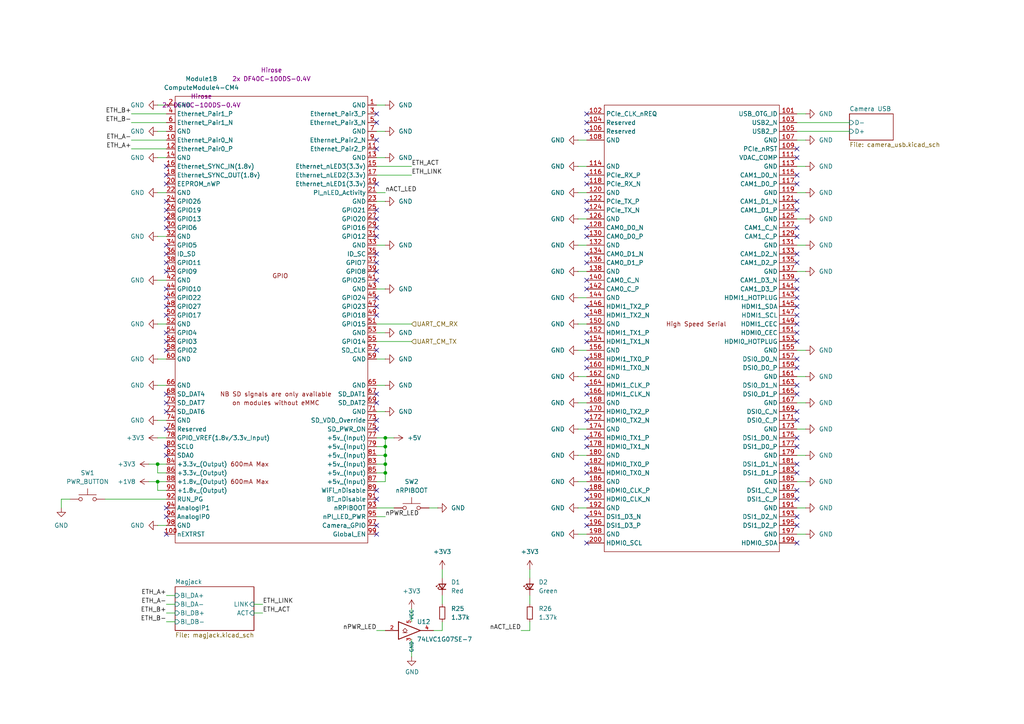
<source format=kicad_sch>
(kicad_sch (version 20250114) (generator "eeschema") (generator_version "9.0")
  (paper "A4")
  (bus_alias "ETH" (members "BI_DA+" "BI_DA-" "BI_DB+" "BI_DB-" "BI_DC+" "BI_DC-" "BI_DD+" "BI_DD-"))
  (junction (at 111.76 137.16))
  (junction (at 111.76 132.08))
  (junction (at 45.72 139.7))
  (junction (at 111.76 134.62))
  (junction (at 111.76 127))
  (junction (at 111.76 129.54))
  (junction (at 45.72 134.62))
  (no_connect (at 48.26 114.3))
  (no_connect (at 109.22 91.44))
  (no_connect (at 231.14 152.4))
  (no_connect (at 109.22 116.84))
  (no_connect (at 48.26 48.26))
  (no_connect (at 48.26 78.74))
  (no_connect (at 109.22 35.56))
  (no_connect (at 170.18 81.28))
  (no_connect (at 170.18 127))
  (no_connect (at 231.14 134.62))
  (no_connect (at 170.18 91.44))
  (no_connect (at 170.18 121.92))
  (no_connect (at 109.22 53.34))
  (no_connect (at 48.26 88.9))
  (no_connect (at 231.14 149.86))
  (no_connect (at 231.14 50.8))
  (no_connect (at 231.14 58.42))
  (no_connect (at 170.18 129.54))
  (no_connect (at 109.22 40.64))
  (no_connect (at 48.26 129.54))
  (no_connect (at 109.22 43.18))
  (no_connect (at 231.14 104.14))
  (no_connect (at 109.22 124.46))
  (no_connect (at 170.18 157.48))
  (no_connect (at 231.14 144.78))
  (no_connect (at 231.14 68.58))
  (no_connect (at 231.14 137.16))
  (no_connect (at 48.26 154.94))
  (no_connect (at 231.14 111.76))
  (no_connect (at 170.18 73.66))
  (no_connect (at 109.22 101.6))
  (no_connect (at 170.18 53.34))
  (no_connect (at 170.18 99.06))
  (no_connect (at 48.26 60.96))
  (no_connect (at 48.26 86.36))
  (no_connect (at 170.18 50.8))
  (no_connect (at 231.14 43.18))
  (no_connect (at 109.22 60.96))
  (no_connect (at 48.26 50.8))
  (no_connect (at 48.26 63.5))
  (no_connect (at 170.18 83.82))
  (no_connect (at 170.18 137.16))
  (no_connect (at 109.22 152.4))
  (no_connect (at 48.26 101.6))
  (no_connect (at 109.22 121.92))
  (no_connect (at 48.26 76.2))
  (no_connect (at 170.18 106.68))
  (no_connect (at 109.22 78.74))
  (no_connect (at 231.14 106.68))
  (no_connect (at 109.22 86.36))
  (no_connect (at 170.18 33.02))
  (no_connect (at 48.26 58.42))
  (no_connect (at 170.18 119.38))
  (no_connect (at 231.14 127))
  (no_connect (at 170.18 38.1))
  (no_connect (at 170.18 114.3))
  (no_connect (at 48.26 132.08))
  (no_connect (at 170.18 68.58))
  (no_connect (at 48.26 96.52))
  (no_connect (at 231.14 96.52))
  (no_connect (at 231.14 121.92))
  (no_connect (at 231.14 60.96))
  (no_connect (at 231.14 83.82))
  (no_connect (at 231.14 45.72))
  (no_connect (at 48.26 149.86))
  (no_connect (at 231.14 91.44))
  (no_connect (at 231.14 66.04))
  (no_connect (at 109.22 66.04))
  (no_connect (at 109.22 142.24))
  (no_connect (at 48.26 73.66))
  (no_connect (at 48.26 66.04))
  (no_connect (at 170.18 111.76))
  (no_connect (at 48.26 99.06))
  (no_connect (at 48.26 53.34))
  (no_connect (at 170.18 96.52))
  (no_connect (at 170.18 35.56))
  (no_connect (at 109.22 81.28))
  (no_connect (at 170.18 104.14))
  (no_connect (at 231.14 99.06))
  (no_connect (at 170.18 76.2))
  (no_connect (at 48.26 91.44))
  (no_connect (at 231.14 73.66))
  (no_connect (at 231.14 157.48))
  (no_connect (at 109.22 73.66))
  (no_connect (at 231.14 142.24))
  (no_connect (at 231.14 88.9))
  (no_connect (at 170.18 88.9))
  (no_connect (at 231.14 53.34))
  (no_connect (at 170.18 60.96))
  (no_connect (at 48.26 147.32))
  (no_connect (at 109.22 114.3))
  (no_connect (at 109.22 76.2))
  (no_connect (at 109.22 33.02))
  (no_connect (at 109.22 144.78))
  (no_connect (at 170.18 142.24))
  (no_connect (at 48.26 124.46))
  (no_connect (at 48.26 119.38))
  (no_connect (at 48.26 83.82))
  (no_connect (at 231.14 86.36))
  (no_connect (at 231.14 129.54))
  (no_connect (at 231.14 81.28))
  (no_connect (at 170.18 58.42))
  (no_connect (at 48.26 116.84))
  (no_connect (at 231.14 119.38))
  (no_connect (at 109.22 68.58))
  (no_connect (at 231.14 76.2))
  (no_connect (at 231.14 114.3))
  (no_connect (at 48.26 71.12))
  (no_connect (at 170.18 134.62))
  (no_connect (at 109.22 154.94))
  (no_connect (at 170.18 66.04))
  (no_connect (at 170.18 149.86))
  (no_connect (at 170.18 152.4))
  (no_connect (at 231.14 93.98))
  (no_connect (at 170.18 144.78))
  (no_connect (at 109.22 88.9))
  (no_connect (at 109.22 63.5))
  (wire (pts (xy 167.64 124.46) (xy 170.18 124.46)))
  (wire (pts (xy 48.26 175.26) (xy 50.8 175.26)))
  (wire (pts (xy 111.76 104.14) (xy 109.22 104.14)))
  (wire (pts (xy 167.64 116.84) (xy 170.18 116.84)))
  (wire (pts (xy 111.76 127) (xy 114.3 127)))
  (wire (pts (xy 109.22 93.98) (xy 119.38 93.98)))
  (wire (pts (xy 119.38 185.42) (xy 119.38 190.5)))
  (wire (pts (xy 48.26 172.72) (xy 50.8 172.72)))
  (wire (pts (xy 233.68 154.94) (xy 231.14 154.94)))
  (wire (pts (xy 233.68 55.88) (xy 231.14 55.88)))
  (wire (pts (xy 111.76 139.7) (xy 109.22 139.7)))
  (wire (pts (xy 45.72 134.62) (xy 45.72 137.16)))
  (wire (pts (xy 167.64 93.98) (xy 170.18 93.98)))
  (wire (pts (xy 109.22 99.06) (xy 119.38 99.06)))
  (wire (pts (xy 153.67 182.88) (xy 153.67 180.34)))
  (wire (pts (xy 167.64 71.12) (xy 170.18 71.12)))
  (wire (pts (xy 30.48 144.78) (xy 48.26 144.78)))
  (wire (pts (xy 45.72 104.14) (xy 48.26 104.14)))
  (wire (pts (xy 45.72 93.98) (xy 48.26 93.98)))
  (wire (pts (xy 45.72 139.7) (xy 48.26 139.7)))
  (wire (pts (xy 111.76 129.54) (xy 111.76 132.08)))
  (wire (pts (xy 45.72 111.76) (xy 48.26 111.76)))
  (wire (pts (xy 111.76 71.12) (xy 109.22 71.12)))
  (wire (pts (xy 109.22 132.08) (xy 111.76 132.08)))
  (wire (pts (xy 167.64 154.94) (xy 170.18 154.94)))
  (wire (pts (xy 109.22 127) (xy 111.76 127)))
  (wire (pts (xy 111.76 119.38) (xy 109.22 119.38)))
  (wire (pts (xy 167.64 63.5) (xy 170.18 63.5)))
  (wire (pts (xy 43.18 134.62) (xy 45.72 134.62)))
  (wire (pts (xy 73.66 177.8) (xy 76.2 177.8)))
  (wire (pts (xy 109.22 55.88) (xy 111.76 55.88)))
  (wire (pts (xy 233.68 139.7) (xy 231.14 139.7)))
  (wire (pts (xy 109.22 149.86) (xy 111.76 149.86)))
  (wire (pts (xy 233.68 132.08) (xy 231.14 132.08)))
  (wire (pts (xy 45.72 81.28) (xy 48.26 81.28)))
  (wire (pts (xy 119.38 176.53) (xy 119.38 180.34)))
  (wire (pts (xy 233.68 40.64) (xy 231.14 40.64)))
  (wire (pts (xy 167.64 139.7) (xy 170.18 139.7)))
  (wire (pts (xy 233.68 48.26) (xy 231.14 48.26)))
  (wire (pts (xy 109.22 50.8) (xy 119.38 50.8)))
  (wire (pts (xy 111.76 45.72) (xy 109.22 45.72)))
  (wire (pts (xy 167.64 40.64) (xy 170.18 40.64)))
  (wire (pts (xy 38.1 40.64) (xy 48.26 40.64)))
  (wire (pts (xy 17.78 147.32) (xy 17.78 144.78)))
  (wire (pts (xy 109.22 137.16) (xy 111.76 137.16)))
  (wire (pts (xy 233.68 109.22) (xy 231.14 109.22)))
  (wire (pts (xy 167.64 86.36) (xy 170.18 86.36)))
  (wire (pts (xy 48.26 180.34) (xy 50.8 180.34)))
  (wire (pts (xy 233.68 116.84) (xy 231.14 116.84)))
  (wire (pts (xy 111.76 137.16) (xy 111.76 139.7)))
  (wire (pts (xy 45.72 38.1) (xy 48.26 38.1)))
  (wire (pts (xy 48.26 177.8) (xy 50.8 177.8)))
  (wire (pts (xy 128.27 182.88) (xy 128.27 180.34)))
  (wire (pts (xy 45.72 127) (xy 48.26 127)))
  (wire (pts (xy 153.67 172.72) (xy 153.67 175.26)))
  (wire (pts (xy 233.68 63.5) (xy 231.14 63.5)))
  (wire (pts (xy 45.72 142.24) (xy 45.72 139.7)))
  (wire (pts (xy 38.1 33.02) (xy 48.26 33.02)))
  (wire (pts (xy 38.1 43.18) (xy 48.26 43.18)))
  (wire (pts (xy 231.14 35.56) (xy 246.38 35.56)))
  (wire (pts (xy 45.72 45.72) (xy 48.26 45.72)))
  (wire (pts (xy 233.68 78.74) (xy 231.14 78.74)))
  (wire (pts (xy 45.72 137.16) (xy 48.26 137.16)))
  (wire (pts (xy 73.66 175.26) (xy 76.2 175.26)))
  (wire (pts (xy 151.13 182.88) (xy 153.67 182.88)))
  (wire (pts (xy 233.68 71.12) (xy 231.14 71.12)))
  (wire (pts (xy 167.64 78.74) (xy 170.18 78.74)))
  (wire (pts (xy 128.27 172.72) (xy 128.27 175.26)))
  (wire (pts (xy 125.73 182.88) (xy 128.27 182.88)))
  (wire (pts (xy 153.67 165.1) (xy 153.67 167.64)))
  (wire (pts (xy 111.76 134.62) (xy 111.76 137.16)))
  (wire (pts (xy 43.18 139.7) (xy 45.72 139.7)))
  (wire (pts (xy 167.64 55.88) (xy 170.18 55.88)))
  (wire (pts (xy 111.76 96.52) (xy 109.22 96.52)))
  (wire (pts (xy 48.26 142.24) (xy 45.72 142.24)))
  (wire (pts (xy 111.76 38.1) (xy 109.22 38.1)))
  (wire (pts (xy 167.64 101.6) (xy 170.18 101.6)))
  (wire (pts (xy 233.68 101.6) (xy 231.14 101.6)))
  (wire (pts (xy 233.68 33.02) (xy 231.14 33.02)))
  (wire (pts (xy 45.72 68.58) (xy 48.26 68.58)))
  (wire (pts (xy 109.22 129.54) (xy 111.76 129.54)))
  (wire (pts (xy 167.64 48.26) (xy 170.18 48.26)))
  (wire (pts (xy 109.22 182.88) (xy 111.76 182.88)))
  (wire (pts (xy 111.76 127) (xy 111.76 129.54)))
  (wire (pts (xy 233.68 124.46) (xy 231.14 124.46)))
  (wire (pts (xy 109.22 48.26) (xy 119.38 48.26)))
  (wire (pts (xy 111.76 83.82) (xy 109.22 83.82)))
  (wire (pts (xy 109.22 147.32) (xy 114.3 147.32)))
  (wire (pts (xy 167.64 132.08) (xy 170.18 132.08)))
  (wire (pts (xy 111.76 58.42) (xy 109.22 58.42)))
  (wire (pts (xy 124.46 147.32) (xy 127 147.32)))
  (wire (pts (xy 111.76 132.08) (xy 111.76 134.62)))
  (wire (pts (xy 167.64 147.32) (xy 170.18 147.32)))
  (wire (pts (xy 128.27 165.1) (xy 128.27 167.64)))
  (wire (pts (xy 109.22 134.62) (xy 111.76 134.62)))
  (wire (pts (xy 167.64 109.22) (xy 170.18 109.22)))
  (wire (pts (xy 45.72 30.48) (xy 48.26 30.48)))
  (wire (pts (xy 45.72 55.88) (xy 48.26 55.88)))
  (wire (pts (xy 45.72 121.92) (xy 48.26 121.92)))
  (wire (pts (xy 111.76 30.48) (xy 109.22 30.48)))
  (wire (pts (xy 231.14 38.1) (xy 246.38 38.1)))
  (wire (pts (xy 45.72 134.62) (xy 48.26 134.62)))
  (wire (pts (xy 111.76 111.76) (xy 109.22 111.76)))
  (wire (pts (xy 17.78 144.78) (xy 20.32 144.78)))
  (wire (pts (xy 45.72 152.4) (xy 48.26 152.4)))
  (wire (pts (xy 233.68 147.32) (xy 231.14 147.32)))
  (wire (pts (xy 38.1 35.56) (xy 48.26 35.56)))
  (label "nACT_LED" (at 151.13 182.88 180))
  (label "ETH_A-" (at 38.1 40.64 180))
  (label "ETH_LINK" (at 76.2 175.26 0))
  (label "nACT_LED" (at 111.76 55.88 0))
  (label "ETH_A+" (at 48.26 172.72 180))
  (label "ETH_B+" (at 48.26 177.8 180))
  (label "ETH_B-" (at 48.26 180.34 180))
  (label "ETH_A-" (at 48.26 175.26 180))
  (label "nPWR_LED" (at 109.22 182.88 180))
  (label "ETH_LINK" (at 119.38 50.8 0))
  (label "ETH_ACT" (at 76.2 177.8 0))
  (label "ETH_B-" (at 38.1 35.56 180))
  (label "ETH_A+" (at 38.1 43.18 180))
  (label "ETH_B+" (at 38.1 33.02 180))
  (label "nPWR_LED" (at 111.76 149.86 0))
  (label "ETH_ACT" (at 119.38 48.26 0))
  (hierarchical_label "UART_CM_RX" (shape input) (at 119.38 93.98 0))
  (hierarchical_label "UART_CM_TX" (shape input) (at 119.38 99.06 0))
  (symbol (lib_id "power:+3V3") (at 45.72 127 90) (unit 1)
    (property "Reference" "#PWR0117" (effects (hide yes)))
    (property "Value" "+3V3" (at 41.91 126.9999 90) (effects (justify left)))
    (property "Description" "Power symbol creates a global label with name \"+3V3\"" (effects (hide yes)))
  )
  (symbol (lib_id "power:GND") (at 233.68 48.26 90) (unit 1)
    (property "Reference" "#PWR0153" (effects (hide yes)))
    (property "Value" "GND" (at 237.49 48.2601 90) (effects (justify right)))
    (property "Description" "Power symbol creates a global label with name \"GND\" , ground" (effects (hide yes)))
  )
  (symbol (lib_id "power:GND") (at 111.76 71.12 90) (unit 1)
    (property "Reference" "#PWR0123" (effects (hide yes)))
    (property "Value" "GND" (at 115.57 71.1201 90) (effects (justify right)))
    (property "Description" "Power symbol creates a global label with name \"GND\" , ground" (effects (hide yes)))
  )
  (symbol (lib_id "power:GND") (at 45.72 38.1 270) (unit 1)
    (property "Reference" "#PWR0108" (effects (hide yes)))
    (property "Value" "GND" (at 41.91 38.0999 90) (effects (justify right)))
    (property "Description" "Power symbol creates a global label with name \"GND\" , ground" (effects (hide yes)))
  )
  (symbol (lib_id "power:GND") (at 111.76 45.72 90) (unit 1)
    (property "Reference" "#PWR0121" (effects (hide yes)))
    (property "Value" "GND" (at 115.57 45.7201 90) (effects (justify right)))
    (property "Description" "Power symbol creates a global label with name \"GND\" , ground" (effects (hide yes)))
  )
  (symbol (lib_id "power:+3V3") (at 153.67 165.1 0) (unit 1)
    (property "Reference" "#PWR0134" (effects (hide yes)))
    (property "Value" "+3V3" (at 153.67 160.02 0))
    (property "Description" "Power symbol creates a global label with name \"+3V3\"" (effects (hide yes)))
  )
  (symbol (lib_id "power:GND") (at 233.68 132.08 90) (unit 1)
    (property "Reference" "#PWR0162" (effects (hide yes)))
    (property "Value" "GND" (at 237.49 132.0801 90) (effects (justify right)))
    (property "Description" "Power symbol creates a global label with name \"GND\" , ground" (effects (hide yes)))
  )
  (symbol (lib_id "power:GND") (at 45.72 121.92 270) (unit 1)
    (property "Reference" "#PWR0116" (effects (hide yes)))
    (property "Value" "GND" (at 41.91 121.9199 90) (effects (justify right)))
    (property "Description" "Power symbol creates a global label with name \"GND\" , ground" (effects (hide yes)))
  )
  (symbol (lib_id "power:GND") (at 233.68 55.88 90) (unit 1)
    (property "Reference" "#PWR0154" (effects (hide yes)))
    (property "Value" "GND" (at 237.49 55.8801 90) (effects (justify right)))
    (property "Description" "Power symbol creates a global label with name \"GND\" , ground" (effects (hide yes)))
  )
  (symbol (lib_id "power:GND") (at 167.64 78.74 270) (unit 1)
    (property "Reference" "#PWR0140" (effects (hide yes)))
    (property "Value" "GND" (at 163.83 78.7399 90) (effects (justify right)))
    (property "Description" "Power symbol creates a global label with name \"GND\" , ground" (effects (hide yes)))
  )
  (symbol (lib_id "CM4IO:ComputeModule4-CM4") (at 81.28 86.36 0) (unit 1)
    (property "Reference" "Module1" (effects (hide yes)))
    (property "Value" "ComputeModule4-CM4" (effects (hide yes)))
    (property "Footprint" "footprints:Raspberry-Pi-4-Compute-Module" (effects (hide yes)))
    (property "Field4" "Hirose" (at 78.74 20.32 0))
    (property "Field5" "2x DF40C-100DS-0.4V" (at 78.74 22.86 0))
  )
  (symbol (lib_id "power:GND") (at 233.68 63.5 90) (unit 1)
    (property "Reference" "#PWR0155" (effects (hide yes)))
    (property "Value" "GND" (at 237.49 63.5001 90) (effects (justify right)))
    (property "Description" "Power symbol creates a global label with name \"GND\" , ground" (effects (hide yes)))
  )
  (symbol (lib_id "power:+3V3") (at 128.27 165.1 0) (unit 1)
    (property "Reference" "#PWR0133" (effects (hide yes)))
    (property "Value" "+3V3" (at 128.27 160.02 0))
    (property "Description" "Power symbol creates a global label with name \"+3V3\"" (effects (hide yes)))
  )
  (symbol (lib_id "power:GND") (at 167.64 101.6 270) (unit 1)
    (property "Reference" "#PWR0143" (effects (hide yes)))
    (property "Value" "GND" (at 163.83 101.5999 90) (effects (justify right)))
    (property "Description" "Power symbol creates a global label with name \"GND\" , ground" (effects (hide yes)))
  )
  (symbol (lib_id "power:GND") (at 167.64 139.7 270) (unit 1)
    (property "Reference" "#PWR0148" (effects (hide yes)))
    (property "Value" "GND" (at 163.83 139.6999 90) (effects (justify right)))
    (property "Description" "Power symbol creates a global label with name \"GND\" , ground" (effects (hide yes)))
  )
  (symbol (lib_name "ComputeModule4-CM4_1") (lib_id "CM4IO:ComputeModule4-CM4") (at 60.96 93.98 0) (unit 2)
    (property "Reference" "Module1" (at 58.42 22.86 0))
    (property "Value" "ComputeModule4-CM4" (at 58.42 25.4 0))
    (property "Footprint" "footprints:Raspberry-Pi-4-Compute-Module" (effects (hide yes)))
    (property "Field4" "Hirose" (at 58.42 27.94 0))
    (property "Field5" "2x DF40C-100DS-0.4V" (at 58.42 30.48 0))
  )
  (symbol (lib_id "power:+3V3") (at 43.18 134.62 90) (unit 1)
    (property "Reference" "#PWR0105" (effects (hide yes)))
    (property "Value" "+3V3" (at 39.37 134.6199 90) (effects (justify left)))
    (property "Description" "Power symbol creates a global label with name \"+3V3\"" (effects (hide yes)))
  )
  (symbol (lib_id "power:GND") (at 45.72 104.14 270) (unit 1)
    (property "Reference" "#PWR0114" (effects (hide yes)))
    (property "Value" "GND" (at 41.91 104.1399 90) (effects (justify right)))
    (property "Description" "Power symbol creates a global label with name \"GND\" , ground" (effects (hide yes)))
  )
  (symbol (lib_id "power:GND") (at 167.64 109.22 270) (unit 1)
    (property "Reference" "#PWR0144" (effects (hide yes)))
    (property "Value" "GND" (at 163.83 109.2199 90) (effects (justify right)))
    (property "Description" "Power symbol creates a global label with name \"GND\" , ground" (effects (hide yes)))
  )
  (symbol (lib_id "power:GND") (at 45.72 45.72 270) (unit 1)
    (property "Reference" "#PWR0109" (effects (hide yes)))
    (property "Value" "GND" (at 41.91 45.7199 90) (effects (justify right)))
    (property "Description" "Power symbol creates a global label with name \"GND\" , ground" (effects (hide yes)))
  )
  (symbol (lib_id "power:GND") (at 111.76 38.1 90) (unit 1)
    (property "Reference" "#PWR0120" (effects (hide yes)))
    (property "Value" "GND" (at 115.57 38.1001 90) (effects (justify right)))
    (property "Description" "Power symbol creates a global label with name \"GND\" , ground" (effects (hide yes)))
  )
  (symbol (lib_id "power:GND") (at 167.64 71.12 270) (unit 1)
    (property "Reference" "#PWR0139" (effects (hide yes)))
    (property "Value" "GND" (at 163.83 71.1199 90) (effects (justify right)))
    (property "Description" "Power symbol creates a global label with name \"GND\" , ground" (effects (hide yes)))
  )
  (symbol (lib_id "power:GND") (at 233.68 78.74 90) (unit 1)
    (property "Reference" "#PWR0157" (effects (hide yes)))
    (property "Value" "GND" (at 237.49 78.7401 90) (effects (justify right)))
    (property "Description" "Power symbol creates a global label with name \"GND\" , ground" (effects (hide yes)))
  )
  (symbol (lib_id "power:GND") (at 167.64 93.98 270) (unit 1)
    (property "Reference" "#PWR0142" (effects (hide yes)))
    (property "Value" "GND" (at 163.83 93.9799 90) (effects (justify right)))
    (property "Description" "Power symbol creates a global label with name \"GND\" , ground" (effects (hide yes)))
  )
  (symbol (lib_id "power:GND") (at 167.64 48.26 270) (unit 1)
    (property "Reference" "#PWR0136" (effects (hide yes)))
    (property "Value" "GND" (at 163.83 48.2599 90) (effects (justify right)))
    (property "Description" "Power symbol creates a global label with name \"GND\" , ground" (effects (hide yes)))
  )
  (symbol (lib_id "power:GND") (at 167.64 116.84 270) (unit 1)
    (property "Reference" "#PWR0145" (effects (hide yes)))
    (property "Value" "GND" (at 163.83 116.8399 90) (effects (justify right)))
    (property "Description" "Power symbol creates a global label with name \"GND\" , ground" (effects (hide yes)))
  )
  (symbol (lib_id "Switch:SW_Push") (at 119.38 147.32 0) (unit 1)
    (property "Reference" "SW2" (at 119.38 139.7 0))
    (property "Value" "nRPIBOOT" (at 119.38 142.24 0))
    (property "Footprint" "footprints:TL1017ABAF160QG" (effects (hide yes)))
    (property "Description" "Push button switch, generic, two pins" (effects (hide yes)))
  )
  (symbol (lib_id "power:GND") (at 167.64 132.08 270) (unit 1)
    (property "Reference" "#PWR0147" (effects (hide yes)))
    (property "Value" "GND" (at 163.83 132.0799 90) (effects (justify right)))
    (property "Description" "Power symbol creates a global label with name \"GND\" , ground" (effects (hide yes)))
  )
  (symbol (lib_id "power:GND") (at 111.76 96.52 90) (unit 1)
    (property "Reference" "#PWR0125" (effects (hide yes)))
    (property "Value" "GND" (at 115.57 96.5201 90) (effects (justify right)))
    (property "Description" "Power symbol creates a global label with name \"GND\" , ground" (effects (hide yes)))
  )
  (symbol (lib_id "Device:R_Small") (at 128.27 177.8 0) (unit 1)
    (property "Reference" "R25" (at 130.81 176.5299 0) (effects (justify left)))
    (property "Value" "1.37k" (at 130.81 179.0699 0) (effects (justify left)))
    (property "Footprint" "Resistor_SMD:R_0402_1005Metric" (effects (hide yes)))
    (property "Description" "Resistor, small symbol" (effects (hide yes)))
    (property "LCSC" "C321297" (effects (hide yes)))
  )
  (symbol (lib_id "power:+3V3") (at 119.38 176.53 0) (unit 1)
    (property "Reference" "#PWR0130" (effects (hide yes)))
    (property "Value" "+3V3" (at 119.38 171.45 0))
    (property "Description" "Power symbol creates a global label with name \"+3V3\"" (effects (hide yes)))
  )
  (symbol (lib_id "Device:R_Small") (at 153.67 177.8 0) (unit 1)
    (property "Reference" "R26" (at 156.21 176.5299 0) (effects (justify left)))
    (property "Value" "1.37k" (at 156.21 179.0699 0) (effects (justify left)))
    (property "Footprint" "Resistor_SMD:R_0402_1005Metric" (effects (hide yes)))
    (property "Description" "Resistor, small symbol" (effects (hide yes)))
    (property "LCSC" "C321297" (effects (hide yes)))
  )
  (symbol (lib_id "power:GND") (at 233.68 71.12 90) (unit 1)
    (property "Reference" "#PWR0156" (effects (hide yes)))
    (property "Value" "GND" (at 237.49 71.1201 90) (effects (justify right)))
    (property "Description" "Power symbol creates a global label with name \"GND\" , ground" (effects (hide yes)))
  )
  (symbol (lib_id "power:GND") (at 45.72 152.4 270) (unit 1)
    (property "Reference" "#PWR0118" (effects (hide yes)))
    (property "Value" "GND" (at 41.91 152.3999 90) (effects (justify right)))
    (property "Description" "Power symbol creates a global label with name \"GND\" , ground" (effects (hide yes)))
  )
  (symbol (lib_id "power:GND") (at 111.76 83.82 90) (unit 1)
    (property "Reference" "#PWR0124" (effects (hide yes)))
    (property "Value" "GND" (at 115.57 83.8201 90) (effects (justify right)))
    (property "Description" "Power symbol creates a global label with name \"GND\" , ground" (effects (hide yes)))
  )
  (symbol (lib_id "power:GND") (at 233.68 147.32 90) (unit 1)
    (property "Reference" "#PWR0164" (effects (hide yes)))
    (property "Value" "GND" (at 237.49 147.3201 90) (effects (justify right)))
    (property "Description" "Power symbol creates a global label with name \"GND\" , ground" (effects (hide yes)))
  )
  (symbol (lib_id "power:GND") (at 45.72 111.76 270) (unit 1)
    (property "Reference" "#PWR0115" (effects (hide yes)))
    (property "Value" "GND" (at 41.91 111.7599 90) (effects (justify right)))
    (property "Description" "Power symbol creates a global label with name \"GND\" , ground" (effects (hide yes)))
  )
  (symbol (lib_id "power:GND") (at 17.78 147.32 0) (unit 1)
    (property "Reference" "#PWR0104" (effects (hide yes)))
    (property "Value" "GND" (at 17.78 152.4 0))
    (property "Description" "Power symbol creates a global label with name \"GND\" , ground" (effects (hide yes)))
  )
  (symbol (lib_id "power:GND") (at 111.76 119.38 90) (unit 1)
    (property "Reference" "#PWR0128" (effects (hide yes)))
    (property "Value" "GND" (at 115.57 119.3801 90) (effects (justify right)))
    (property "Description" "Power symbol creates a global label with name \"GND\" , ground" (effects (hide yes)))
  )
  (symbol (lib_id "power:GND") (at 111.76 58.42 90) (unit 1)
    (property "Reference" "#PWR0122" (effects (hide yes)))
    (property "Value" "GND" (at 115.57 58.4201 90) (effects (justify right)))
    (property "Description" "Power symbol creates a global label with name \"GND\" , ground" (effects (hide yes)))
  )
  (symbol (lib_id "power:GND") (at 167.64 86.36 270) (unit 1)
    (property "Reference" "#PWR0141" (effects (hide yes)))
    (property "Value" "GND" (at 163.83 86.3599 90) (effects (justify right)))
    (property "Description" "Power symbol creates a global label with name \"GND\" , ground" (effects (hide yes)))
  )
  (symbol (lib_id "power:GND") (at 167.64 147.32 270) (unit 1)
    (property "Reference" "#PWR0149" (effects (hide yes)))
    (property "Value" "GND" (at 163.83 147.3199 90) (effects (justify right)))
    (property "Description" "Power symbol creates a global label with name \"GND\" , ground" (effects (hide yes)))
  )
  (symbol (lib_id "power:GND") (at 45.72 81.28 270) (unit 1)
    (property "Reference" "#PWR0112" (effects (hide yes)))
    (property "Value" "GND" (at 41.91 81.2799 90) (effects (justify right)))
    (property "Description" "Power symbol creates a global label with name \"GND\" , ground" (effects (hide yes)))
  )
  (symbol (lib_id "CM4IO:74LVC1G07_copy") (at 119.38 182.88 0) (unit 1)
    (property "Reference" "U12" (at 120.904 180.34 0) (effects (justify left)))
    (property "Value" "74LVC1G07SE-7" (at 120.904 185.42 0) (effects (justify left)))
    (property "Footprint" "Package_TO_SOT_SMD:SOT-353_SC-70-5" (effects (hide yes)))
    (property "Datasheet" "http://www.ti.com/lit/sg/scyt129e/scyt129e.pdf" (effects (hide yes)))
    (property "Description" "Single Buffer Gate w/ Open Drain, Low-Voltage CMOS" (effects (hide yes)))
    (property "Field4" "Farnell" (effects (hide yes)))
    (property "Field5" "2425492" (effects (hide yes)))
    (property "Field6" "74LVC1G07SE-7" (effects (hide yes)))
    (property "Field7" "Diodes" (effects (hide yes)))
    (property "Part Description" "Buffer, Non-Inverting 1 Element 1 Bit per Element Open Drain Output SOT-353" (effects (hide yes)))
    (property "LCSC" "C264081" (effects (hide yes)))
  )
  (symbol (lib_id "power:GND") (at 167.64 40.64 270) (unit 1)
    (property "Reference" "#PWR0135" (effects (hide yes)))
    (property "Value" "GND" (at 163.83 40.6399 90) (effects (justify right)))
    (property "Description" "Power symbol creates a global label with name \"GND\" , ground" (effects (hide yes)))
  )
  (symbol (lib_id "power:GND") (at 45.72 55.88 270) (unit 1)
    (property "Reference" "#PWR0110" (effects (hide yes)))
    (property "Value" "GND" (at 41.91 55.8799 90) (effects (justify right)))
    (property "Description" "Power symbol creates a global label with name \"GND\" , ground" (effects (hide yes)))
  )
  (symbol (lib_id "power:GND") (at 167.64 55.88 270) (unit 1)
    (property "Reference" "#PWR0137" (effects (hide yes)))
    (property "Value" "GND" (at 163.83 55.8799 90) (effects (justify right)))
    (property "Description" "Power symbol creates a global label with name \"GND\" , ground" (effects (hide yes)))
  )
  (symbol (lib_id "power:+5V") (at 114.3 127 270) (unit 1)
    (property "Reference" "#PWR0129" (effects (hide yes)))
    (property "Value" "+5V" (at 118.11 126.9999 90) (effects (justify left)))
    (property "Description" "Power symbol creates a global label with name \"+5V\"" (effects (hide yes)))
  )
  (symbol (lib_id "power:GND") (at 45.72 68.58 270) (unit 1)
    (property "Reference" "#PWR0111" (effects (hide yes)))
    (property "Value" "GND" (at 41.91 68.5799 90) (effects (justify right)))
    (property "Description" "Power symbol creates a global label with name \"GND\" , ground" (effects (hide yes)))
  )
  (symbol (lib_id "power:GND") (at 45.72 93.98 270) (unit 1)
    (property "Reference" "#PWR0113" (effects (hide yes)))
    (property "Value" "GND" (at 41.91 93.9799 90) (effects (justify right)))
    (property "Description" "Power symbol creates a global label with name \"GND\" , ground" (effects (hide yes)))
  )
  (symbol (lib_id "power:GND") (at 167.64 124.46 270) (unit 1)
    (property "Reference" "#PWR0146" (effects (hide yes)))
    (property "Value" "GND" (at 163.83 124.4599 90) (effects (justify right)))
    (property "Description" "Power symbol creates a global label with name \"GND\" , ground" (effects (hide yes)))
  )
  (symbol (lib_id "power:GND") (at 111.76 111.76 90) (unit 1)
    (property "Reference" "#PWR0127" (effects (hide yes)))
    (property "Value" "GND" (at 115.57 111.7601 90) (effects (justify right)))
    (property "Description" "Power symbol creates a global label with name \"GND\" , ground" (effects (hide yes)))
  )
  (symbol (lib_id "power:GND") (at 45.72 30.48 270) (unit 1)
    (property "Reference" "#PWR0107" (effects (hide yes)))
    (property "Value" "GND" (at 41.91 30.4799 90) (effects (justify right)))
    (property "Description" "Power symbol creates a global label with name \"GND\" , ground" (effects (hide yes)))
  )
  (symbol (lib_id "power:GND") (at 233.68 109.22 90) (unit 1)
    (property "Reference" "#PWR0159" (effects (hide yes)))
    (property "Value" "GND" (at 237.49 109.2201 90) (effects (justify right)))
    (property "Description" "Power symbol creates a global label with name \"GND\" , ground" (effects (hide yes)))
  )
  (symbol (lib_id "power:+3V3") (at 43.18 139.7 90) (unit 1)
    (property "Reference" "#PWR0106" (effects (hide yes)))
    (property "Value" "+1V8" (at 39.37 139.6999 90) (effects (justify left)))
    (property "Description" "Power symbol creates a global label with name \"+1V8\"" (effects (hide yes)))
  )
  (symbol (lib_id "power:GND") (at 233.68 154.94 90) (unit 1)
    (property "Reference" "#PWR0165" (effects (hide yes)))
    (property "Value" "GND" (at 237.49 154.9401 90) (effects (justify right)))
    (property "Description" "Power symbol creates a global label with name \"GND\" , ground" (effects (hide yes)))
  )
  (symbol (lib_id "power:GND") (at 233.68 116.84 90) (unit 1)
    (property "Reference" "#PWR0160" (effects (hide yes)))
    (property "Value" "GND" (at 237.49 116.8401 90) (effects (justify right)))
    (property "Description" "Power symbol creates a global label with name \"GND\" , ground" (effects (hide yes)))
  )
  (symbol (lib_id "Switch:SW_Push") (at 25.4 144.78 0) (unit 1)
    (property "Reference" "SW1" (at 25.4 137.16 0))
    (property "Value" "PWR_BUTTON" (at 25.4 139.7 0))
    (property "Footprint" "footprints:TL1017ABAF160QG" (effects (hide yes)))
    (property "Description" "Push button switch, generic, two pins" (effects (hide yes)))
  )
  (symbol (lib_id "power:GND") (at 119.38 190.5 0) (unit 1)
    (property "Reference" "#PWR0131" (effects (hide yes)))
    (property "Value" "GND" (at 119.507 194.8942 0))
  )
  (symbol (lib_id "power:GND") (at 233.68 33.02 90) (unit 1)
    (property "Reference" "#PWR0151" (effects (hide yes)))
    (property "Value" "GND" (at 237.49 33.0201 90) (effects (justify right)))
    (property "Description" "Power symbol creates a global label with name \"GND\" , ground" (effects (hide yes)))
  )
  (symbol (lib_id "power:GND") (at 127 147.32 90) (unit 1)
    (property "Reference" "#PWR0132" (effects (hide yes)))
    (property "Value" "GND" (at 130.81 147.3199 90) (effects (justify right)))
    (property "Description" "Power symbol creates a global label with name \"GND\" , ground" (effects (hide yes)))
  )
  (symbol (lib_id "power:GND") (at 233.68 139.7 90) (unit 1)
    (property "Reference" "#PWR0163" (effects (hide yes)))
    (property "Value" "GND" (at 237.49 139.7001 90) (effects (justify right)))
    (property "Description" "Power symbol creates a global label with name \"GND\" , ground" (effects (hide yes)))
  )
  (symbol (lib_id "power:GND") (at 111.76 104.14 90) (unit 1)
    (property "Reference" "#PWR0126" (effects (hide yes)))
    (property "Value" "GND" (at 115.57 104.1401 90) (effects (justify right)))
    (property "Description" "Power symbol creates a global label with name \"GND\" , ground" (effects (hide yes)))
  )
  (symbol (lib_id "Device:LED_Small") (at 153.67 170.18 90) (unit 1)
    (property "Reference" "D2" (at 156.21 168.8464 90) (effects (justify right)))
    (property "Value" "Green" (at 156.21 171.3864 90) (effects (justify right)))
    (property "Footprint" "LED_SMD:LED_0402_1005Metric" (effects (hide yes)))
    (property "Description" "Light emitting diode, small symbol" (effects (hide yes)))
    (property "LCSC" "C401111" (effects (hide yes)))
  )
  (symbol (lib_id "power:GND") (at 167.64 63.5 270) (unit 1)
    (property "Reference" "#PWR0138" (effects (hide yes)))
    (property "Value" "GND" (at 163.83 63.4999 90) (effects (justify right)))
    (property "Description" "Power symbol creates a global label with name \"GND\" , ground" (effects (hide yes)))
  )
  (symbol (lib_id "power:GND") (at 111.76 30.48 90) (unit 1)
    (property "Reference" "#PWR0119" (effects (hide yes)))
    (property "Value" "GND" (at 115.57 30.4801 90) (effects (justify right)))
    (property "Description" "Power symbol creates a global label with name \"GND\" , ground" (effects (hide yes)))
  )
  (symbol (lib_id "power:GND") (at 233.68 124.46 90) (unit 1)
    (property "Reference" "#PWR0161" (effects (hide yes)))
    (property "Value" "GND" (at 237.49 124.4601 90) (effects (justify right)))
    (property "Description" "Power symbol creates a global label with name \"GND\" , ground" (effects (hide yes)))
  )
  (symbol (lib_id "power:GND") (at 233.68 40.64 90) (unit 1)
    (property "Reference" "#PWR0152" (effects (hide yes)))
    (property "Value" "GND" (at 237.49 40.6401 90) (effects (justify right)))
    (property "Description" "Power symbol creates a global label with name \"GND\" , ground" (effects (hide yes)))
  )
  (symbol (lib_id "Device:LED_Small") (at 128.27 170.18 90) (unit 1)
    (property "Reference" "D1" (at 130.81 168.8464 90) (effects (justify right)))
    (property "Value" "Red" (at 130.81 171.3864 90) (effects (justify right)))
    (property "Footprint" "LED_SMD:LED_0402_1005Metric" (effects (hide yes)))
    (property "Description" "Light emitting diode, small symbol" (effects (hide yes)))
    (property "LCSC" "C264407" (effects (hide yes)))
  )
  (symbol (lib_id "power:GND") (at 233.68 101.6 90) (unit 1)
    (property "Reference" "#PWR0158" (effects (hide yes)))
    (property "Value" "GND" (at 237.49 101.6001 90) (effects (justify right)))
    (property "Description" "Power symbol creates a global label with name \"GND\" , ground" (effects (hide yes)))
  )
  (symbol (lib_id "power:GND") (at 167.64 154.94 270) (unit 1)
    (property "Reference" "#PWR0150" (effects (hide yes)))
    (property "Value" "GND" (at 163.83 154.9399 90) (effects (justify right)))
    (property "Description" "Power symbol creates a global label with name \"GND\" , ground" (effects (hide yes)))
  )
  (sheet (at 50.8 170.18) (size 22.86 12.7) (stroke (width 0.1524))
    (property "Sheetname" "Magjack" (at 50.8 169.4684 0) (effects (justify left bottom)))
    (property "Sheetfile" "magjack.kicad_sch" (at 50.8 183.4646 0) (effects (justify left top)))
    (pin "LINK" input (at 73.66 175.26 0))
    (pin "ACT" input (at 73.66 177.8 0))
    (pin "BI_DB+" input (at 50.8 177.8 180))
    (pin "BI_DA-" input (at 50.8 175.26 180))
    (pin "BI_DA+" input (at 50.8 172.72 180))
    (pin "BI_DB-" input (at 50.8 180.34 180))
  )
  (sheet (at 246.38 33.02) (size 12.7 7.62) (stroke (width 0.1524))
    (property "Sheetname" "Camera USB" (at 246.38 32.3084 0) (effects (justify left bottom)))
    (property "Sheetfile" "camera_usb.kicad_sch" (at 246.38 41.2246 0) (effects (justify left top)))
    (pin "D+" input (at 246.38 38.1 180))
    (pin "D-" input (at 246.38 35.56 180))
  )
)
</source>
